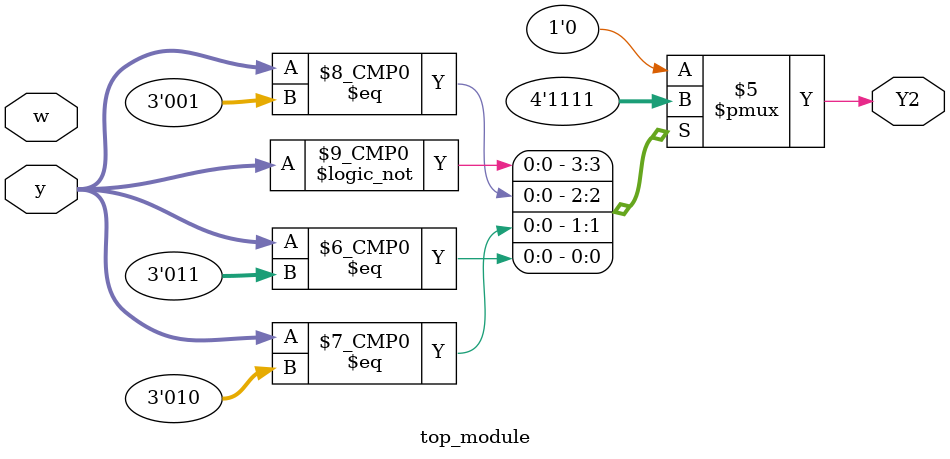
<source format=sv>
module top_module(
    input [3:1] y,
    input w,
    output reg Y2);
    
    always @(y or w) begin
        case(y)
            3'b000: Y2 = 1'b1;
            3'b001: Y2 = 1'b1;
            3'b010: Y2 = 1'b1;
            3'b011: Y2 = 1'b1;
            3'b100: Y2 = 1'b0;
            3'b101: Y2 = 1'b0;
            default: Y2 = 1'b0;
        endcase
    end
    
endmodule

</source>
